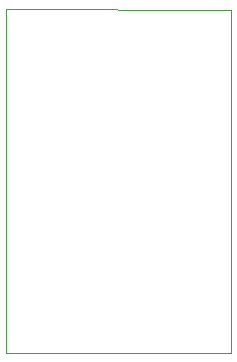
<source format=gbr>
%TF.GenerationSoftware,KiCad,Pcbnew,(5.1.9-0-10_14)*%
%TF.CreationDate,2021-04-09T16:47:02+01:00*%
%TF.ProjectId,Keypad,4b657970-6164-42e6-9b69-6361645f7063,2*%
%TF.SameCoordinates,Original*%
%TF.FileFunction,Profile,NP*%
%FSLAX46Y46*%
G04 Gerber Fmt 4.6, Leading zero omitted, Abs format (unit mm)*
G04 Created by KiCad (PCBNEW (5.1.9-0-10_14)) date 2021-04-09 16:47:02*
%MOMM*%
%LPD*%
G01*
G04 APERTURE LIST*
%TA.AperFunction,Profile*%
%ADD10C,0.100000*%
%TD*%
G04 APERTURE END LIST*
D10*
X131500000Y-127500000D02*
X112500000Y-127500000D01*
X112500000Y-127500000D02*
X112500000Y-98400000D01*
X131500000Y-98500000D02*
X131500000Y-127500000D01*
X112500000Y-98400000D02*
X131500000Y-98500000D01*
M02*

</source>
